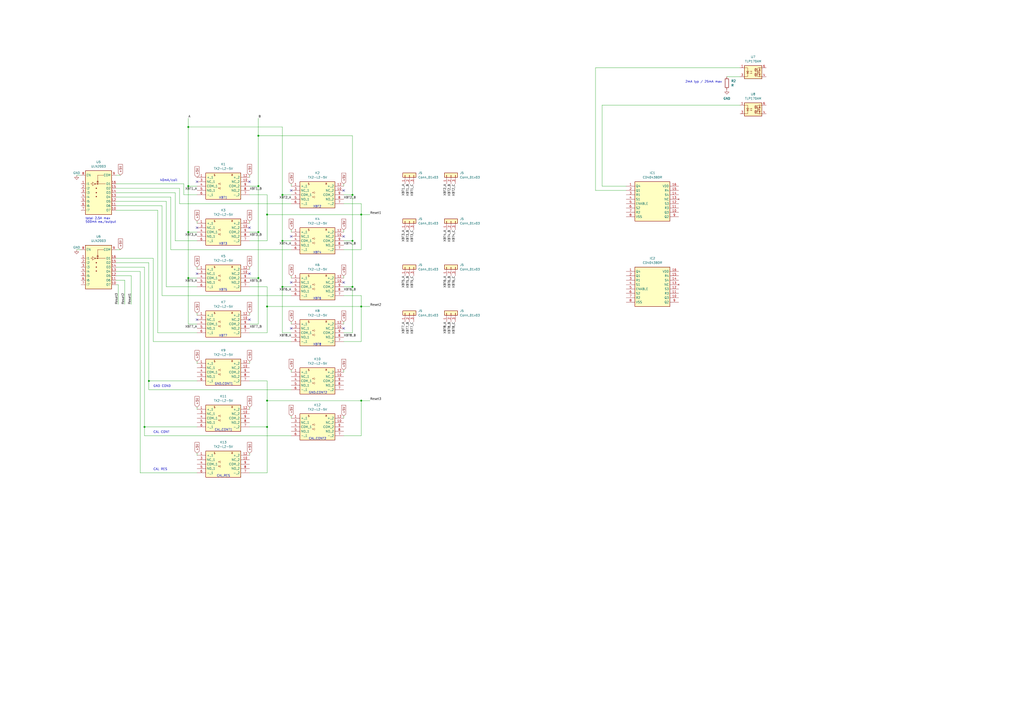
<source format=kicad_sch>
(kicad_sch (version 20230121) (generator eeschema)
  (paper "A2")
  (lib_symbols
    (symbol "Connector_Generic:Conn_01x03" (pin_names (offset 1.016) hide)
      (property "Reference" "J" (at 0 5.08 0))
      (property "Value" "Conn_01x03" (at 0 -5.08 0))
      (symbol "Conn_01x03_1_1"
        (rectangle (start -1.27 -2.413) (end 0 -2.667) (stroke (width 0.1524)))
        (rectangle (start -1.27 0.127) (end 0 -0.127) (stroke (width 0.1524)))
        (rectangle (start -1.27 2.667) (end 0 2.413) (stroke (width 0.1524)))
        (rectangle (start -1.27 3.81) (end 1.27 -3.81) (stroke (width 0.254)) (fill (type background)))
        (pin passive line (at -5.08 2.54 0) (length 3.81) (name "Pin_1") (number "1"))
        (pin passive line (at -5.08 0 0) (length 3.81) (name "Pin_2") (number "2"))
        (pin passive line (at -5.08 -2.54 0) (length 3.81) (name "Pin_3") (number "3"))
      )
    )
    (symbol "Device:R" (pin_numbers hide) (pin_names (offset 0))
      (property "Reference" "R" (at 2.032 0 90))
      (property "Value" "R" (at 0 0 90))
      (symbol "R_0_1"
        (rectangle (start -1.016 -2.54) (end 1.016 2.54) (stroke (width 0.254)))
      )
      (symbol "R_1_1"
        (pin passive line (at 0 3.81 270) (length 1.27) (name "~") (number "1"))
        (pin passive line (at 0 -3.81 90) (length 1.27) (name "~") (number "2"))
      )
    )
    (symbol "Latch_CD4043BDR:CD4043BDR"
      (property "Reference" "IC" (at 26.67 7.62 0))
      (property "Value" "CD4043BDR" (at 26.67 5.08 0))
      (symbol "CD4043BDR_1_1"
        (rectangle (start 5.08 2.54) (end 25.4 -20.32) (stroke (width 0.254)) (fill (type background)))
        (pin passive line (at 0 0 0) (length 5.08) (name "Q4") (number "1"))
        (pin passive line (at 30.48 -15.24 180) (length 5.08) (name "Q3") (number "10"))
        (pin passive line (at 30.48 -12.7 180) (length 5.08) (name "R3") (number "11"))
        (pin passive line (at 30.48 -10.16 180) (length 5.08) (name "S3") (number "12"))
        (pin no_connect line (at 30.48 -7.62 180) (length 5.08) (name "NC") (number "13"))
        (pin passive line (at 30.48 -5.08 180) (length 5.08) (name "S4") (number "14"))
        (pin passive line (at 30.48 -2.54 180) (length 5.08) (name "R4") (number "15"))
        (pin passive line (at 30.48 0 180) (length 5.08) (name "VDD") (number "16"))
        (pin passive line (at 0 -2.54 0) (length 5.08) (name "Q1") (number "2"))
        (pin passive line (at 0 -5.08 0) (length 5.08) (name "R1") (number "3"))
        (pin passive line (at 0 -7.62 0) (length 5.08) (name "S1") (number "4"))
        (pin passive line (at 0 -10.16 0) (length 5.08) (name "ENABLE") (number "5"))
        (pin passive line (at 0 -12.7 0) (length 5.08) (name "S2") (number "6"))
        (pin passive line (at 0 -15.24 0) (length 5.08) (name "R2") (number "7"))
        (pin passive line (at 0 -17.78 0) (length 5.08) (name "VSS") (number "8"))
        (pin passive line (at 30.48 -17.78 180) (length 5.08) (name "Q2") (number "9"))
      )
    )
    (symbol "Relay_SolidState:TLP175A"
      (property "Reference" "U" (at -5.08 4.953 0))
      (property "Value" "TLP175A" (at -5.08 -5.08 0))
      (symbol "TLP175A_0_1"
        (rectangle (start -5.08 3.81) (end 5.08 -3.81) (stroke (width 0.254)) (fill (type background)))
        (polyline (pts (xy -3.81 -0.635) (xy -2.54 -0.635)))
        (polyline (pts (xy 1.016 -0.635) (xy 1.016 -2.159)) (stroke (width 0.2032)))
        (polyline (pts (xy 1.016 2.159) (xy 1.016 0.635)) (stroke (width 0.2032)))
        (polyline (pts (xy 1.524 -0.508) (xy 1.524 -0.762)) (stroke (width 0.3556)))
        (polyline (pts (xy 2.794 0) (xy 3.81 0)))
        (polyline (pts (xy 3.429 -1.651) (xy 4.191 -1.651)))
        (polyline (pts (xy 3.429 1.651) (xy 4.191 1.651)))
        (polyline (pts (xy 3.81 -2.54) (xy 3.81 2.54)))
        (polyline (pts (xy 1.524 -2.032) (xy 1.524 -2.286) (xy 1.524 -2.286)) (stroke (width 0.3556)))
        (polyline (pts (xy 1.524 -1.27) (xy 1.524 -1.524) (xy 1.524 -1.524)) (stroke (width 0.3556)))
        (polyline (pts (xy 1.524 0.762) (xy 1.524 0.508) (xy 1.524 0.508)) (stroke (width 0.3556)))
        (polyline (pts (xy 1.524 1.524) (xy 1.524 1.27) (xy 1.524 1.27)) (stroke (width 0.3556)))
        (polyline (pts (xy 1.524 2.286) (xy 1.524 2.032) (xy 1.524 2.032)) (stroke (width 0.3556)))
        (polyline (pts (xy 1.651 -1.397) (xy 2.794 -1.397) (xy 2.794 -0.635)))
        (polyline (pts (xy 1.651 1.397) (xy 2.794 1.397) (xy 2.794 0.635)))
        (polyline (pts (xy -5.08 2.54) (xy -3.175 2.54) (xy -3.175 -2.54) (xy -5.08 -2.54)))
        (polyline (pts (xy -3.175 -0.635) (xy -3.81 0.635) (xy -2.54 0.635) (xy -3.175 -0.635)))
        (polyline (pts (xy 1.651 -2.159) (xy 2.794 -2.159) (xy 2.794 -2.54) (xy 5.08 -2.54)))
        (polyline (pts (xy 1.651 -0.635) (xy 2.794 -0.635) (xy 2.794 0.635) (xy 1.651 0.635)))
        (polyline (pts (xy 1.651 2.159) (xy 2.794 2.159) (xy 2.794 2.54) (xy 5.08 2.54)))
        (polyline (pts (xy 1.778 -1.397) (xy 2.286 -1.27) (xy 2.286 -1.524) (xy 1.778 -1.397)))
        (polyline (pts (xy 1.778 1.397) (xy 2.286 1.524) (xy 2.286 1.27) (xy 1.778 1.397)))
        (polyline (pts (xy 3.81 -1.651) (xy 3.429 -0.889) (xy 4.191 -0.889) (xy 3.81 -1.651)))
        (polyline (pts (xy 3.81 1.651) (xy 3.429 0.889) (xy 4.191 0.889) (xy 3.81 1.651)))
        (polyline (pts (xy -1.905 -0.508) (xy -0.635 -0.508) (xy -1.016 -0.635) (xy -1.016 -0.381) (xy -0.635 -0.508)))
        (polyline (pts (xy -1.905 0.508) (xy -0.635 0.508) (xy -1.016 0.381) (xy -1.016 0.635) (xy -0.635 0.508)))
        (circle (center 2.794 -0.635) (radius 0.127))
        (circle (center 2.794 0) (radius 0.127))
        (circle (center 2.794 0.635) (radius 0.127))
        (circle (center 3.81 -2.54) (radius 0.127))
        (circle (center 3.81 0) (radius 0.127))
        (circle (center 3.81 2.54) (radius 0.127))
      )
      (symbol "TLP175A_1_1"
        (pin passive line (at -7.62 2.54 0) (length 2.54) (name "~") (number "1"))
        (pin passive line (at -7.62 -2.54 0) (length 2.54) (name "~") (number "3"))
        (pin passive line (at 7.62 -2.54 180) (length 2.54) (name "~") (number "4"))
        (pin passive line (at 7.62 2.54 180) (length 2.54) (name "~") (number "6"))
      )
    )
    (symbol "Relay_TX-L2-5V_2:TX2-L2-5V"
      (property "Reference" "K" (at 26.67 7.62 0))
      (property "Value" "TX2-L2-5V" (at 26.67 5.08 0))
      (symbol "TX2-L2-5V_1_1"
        (rectangle (start 5.08 2.54) (end 25.4 -12.7) (stroke (width 0.254)) (fill (type background)))
        (arc (start 13.335 -6.985) (mid 13.598 -6.35) (end 13.335 -5.715))
        (arc (start 13.335 -4.445) (mid 13.598 -3.81) (end 13.335 -3.175))
        (text "R" (at 12.7 -3.81 0) (effects (font (size 0.5 0.5))))
        (text "R" (at 20.32 1.27 0) (effects (font (size 1 1))))
        (text "S" (at 10.16 1.27 0) (effects (font (size 1 1))))
        (text "S" (at 12.7 -6.35 0) (effects (font (size 0.5 0.5))))
        (pin passive line (at 0 0 0) (length 5.08) (name "+_1") (number "1"))
        (pin passive line (at 30.48 -2.54 180) (length 5.08) (name "NC_2") (number "10"))
        (pin passive line (at 30.48 0 180) (length 5.08) (name "+_2") (number "12"))
        (pin passive line (at 0 -2.54 0) (length 5.08) (name "NC_1") (number "3"))
        (pin passive line (at 0 -5.08 0) (length 5.08) (name "COM_1") (number "4"))
        (pin passive line (at 0 -7.62 0) (length 5.08) (name "NO_1") (number "5"))
        (pin passive line (at 0 -10.16 0) (length 5.08) (name "-_1") (number "6"))
        (pin passive line (at 30.48 -10.16 180) (length 5.08) (name "-_2") (number "7"))
        (pin passive line (at 30.48 -7.62 180) (length 5.08) (name "NO_2") (number "8"))
        (pin passive line (at 30.48 -5.08 180) (length 5.08) (name "COM_2") (number "9"))
      )
    )
    (symbol "ULN2003AN:ULN2003"
      (property "Reference" "U" (at 0 15.875 0))
      (property "Value" "ULN2003" (at 0 13.97 0))
      (symbol "ULN2003_0_1"
        (rectangle (start -7.62 -12.7) (end 7.62 12.7) (stroke (width 0.254)) (fill (type background)))
        (circle (center -1.778 5.08) (radius 0.254))
        (circle (center -1.27 -2.286) (radius 0.254) (fill (type outline)))
        (circle (center -1.27 0) (radius 0.254) (fill (type outline)))
        (circle (center -1.27 2.54) (radius 0.254) (fill (type outline)))
        (circle (center -0.508 5.08) (radius 0.254) (fill (type outline)))
        (polyline (pts (xy -4.572 5.08) (xy -3.556 5.08)))
        (polyline (pts (xy -1.524 5.08) (xy 4.064 5.08)))
        (polyline (pts (xy 0 6.731) (xy -1.016 6.731)))
        (polyline (pts (xy -0.508 5.08) (xy -0.508 10.16) (xy 2.921 10.16)))
        (polyline (pts (xy -3.556 6.096) (xy -3.556 4.064) (xy -2.032 5.08) (xy -3.556 6.096)))
        (polyline (pts (xy 0 5.969) (xy -1.016 5.969) (xy -0.508 6.731) (xy 0 5.969)))
      )
      (symbol "ULN2003_1_1"
        (pin input line (at -10.16 5.08 0) (length 2.54) (name "I1") (number "1"))
        (pin open_collector line (at 10.16 -10.16 180) (length 2.54) (name "O7") (number "10"))
        (pin open_collector line (at 10.16 -7.62 180) (length 2.54) (name "O6") (number "11"))
        (pin open_collector line (at 10.16 -5.08 180) (length 2.54) (name "O5") (number "12"))
        (pin open_collector line (at 10.16 -2.54 180) (length 2.54) (name "O4") (number "13"))
        (pin open_collector line (at 10.16 0 180) (length 2.54) (name "O3") (number "14"))
        (pin open_collector line (at 10.16 2.54 180) (length 2.54) (name "O2") (number "15"))
        (pin open_collector line (at 10.16 5.08 180) (length 2.54) (name "O1") (number "16"))
        (pin input line (at -10.16 2.54 0) (length 2.54) (name "I2") (number "2"))
        (pin input line (at -10.16 0 0) (length 2.54) (name "I3") (number "3"))
        (pin input line (at -10.16 -2.54 0) (length 2.54) (name "I4") (number "4"))
        (pin input line (at -10.16 -5.08 0) (length 2.54) (name "I5") (number "5"))
        (pin input line (at -10.16 -7.62 0) (length 2.54) (name "I6") (number "6"))
        (pin input line (at -10.16 -10.16 0) (length 2.54) (name "I7") (number "7"))
        (pin input line (at -10.16 10.16 0) (length 2.54) (name "EN") (number "8"))
        (pin passive line (at 10.16 10.16 180) (length 2.54) (name "COM") (number "9"))
      )
    )
    (symbol "power:GND" (power) (pin_names (offset 0))
      (property "Value" "GND" (at 0 -3.81 0))
      (symbol "GND_0_1"
        (polyline (pts (xy 0 0) (xy 0 -1.27) (xy 1.27 -1.27) (xy 0 -2.54) (xy -1.27 -1.27) (xy 0 -1.27)))
      )
      (symbol "GND_1_1"
        (pin power_in line (at 0 0 270) (length 0) hide (name "GND") (number "1"))
      )
    )
  )
  (junction (at 86.36 220.98))
  (junction (at 209.55 124.46))
  (junction (at 149.86 134.62))
  (junction (at 154.94 232.41))
  (junction (at 149.86 161.29))
  (junction (at 163.83 113.03))
  (junction (at 149.86 107.95))
  (junction (at 149.86 78.74))
  (junction (at 204.47 113.03))
  (junction (at 154.94 124.46))
  (junction (at 154.94 247.65))
  (junction (at 204.47 139.7))
  (junction (at 154.94 177.8))
  (junction (at 204.47 166.37))
  (junction (at 109.22 134.62))
  (junction (at 209.55 177.8))
  (junction (at 83.82 247.65))
  (junction (at 109.22 73.66))
  (junction (at 109.22 107.95))
  (junction (at 209.55 232.41))
  (junction (at 163.83 139.7))
  (junction (at 163.83 166.37))
  (junction (at 109.22 161.29))
  (no_connect (at 144.78 158.75))
  (no_connect (at 114.3 132.08))
  (no_connect (at 144.78 132.08))
  (no_connect (at 199.39 163.83))
  (no_connect (at 114.3 185.42))
  (no_connect (at 168.91 163.83))
  (no_connect (at 168.91 110.49))
  (no_connect (at 168.91 137.16))
  (no_connect (at 114.3 158.75))
  (no_connect (at 144.78 105.41))
  (no_connect (at 199.39 137.16))
  (no_connect (at 144.78 185.42))
  (no_connect (at 199.39 190.5))
  (no_connect (at 168.91 190.5))
  (no_connect (at 114.3 105.41))
  (no_connect (at 199.39 110.49))
  (wire (pts (xy 72.39 162.56) (xy 72.39 176.53)))
  (wire (pts (xy 209.55 144.78) (xy 209.55 124.46)))
  (wire (pts (xy 109.22 73.66) (xy 163.83 73.66)))
  (wire (pts (xy 114.3 154.94) (xy 114.3 156.21)))
  (wire (pts (xy 209.55 198.12) (xy 209.55 177.8)))
  (wire (pts (xy 363.22 107.95) (xy 349.25 107.95)))
  (wire (pts (xy 154.94 247.65) (xy 154.94 232.41)))
  (wire (pts (xy 86.36 226.06) (xy 86.36 220.98)))
  (wire (pts (xy 109.22 107.95) (xy 109.22 134.62)))
  (wire (pts (xy 114.3 187.96) (xy 109.22 187.96)))
  (wire (pts (xy 168.91 186.69) (xy 168.91 187.96)))
  (wire (pts (xy 363.22 110.49) (xy 345.44 110.49)))
  (wire (pts (xy 109.22 68.58) (xy 109.22 73.66)))
  (wire (pts (xy 114.3 236.22) (xy 114.3 237.49)))
  (wire (pts (xy 154.94 166.37) (xy 144.78 166.37)))
  (wire (pts (xy 204.47 193.04) (xy 204.47 166.37)))
  (wire (pts (xy 199.39 160.02) (xy 199.39 161.29)))
  (wire (pts (xy 168.91 193.04) (xy 163.83 193.04)))
  (wire (pts (xy 101.6 111.76) (xy 101.6 139.7)))
  (wire (pts (xy 91.44 121.92) (xy 91.44 193.04)))
  (wire (pts (xy 163.83 166.37) (xy 163.83 193.04)))
  (wire (pts (xy 144.78 262.89) (xy 144.78 264.16)))
  (wire (pts (xy 69.85 101.6) (xy 67.31 101.6)))
  (wire (pts (xy 163.83 113.03) (xy 163.83 139.7)))
  (wire (pts (xy 109.22 73.66) (xy 109.22 107.95)))
  (wire (pts (xy 86.36 220.98) (xy 114.3 220.98)))
  (wire (pts (xy 67.31 154.94) (xy 83.82 154.94)))
  (wire (pts (xy 163.83 139.7) (xy 168.91 139.7)))
  (wire (pts (xy 421.64 44.45) (xy 429.26 44.45)))
  (wire (pts (xy 67.31 114.3) (xy 99.06 114.3)))
  (wire (pts (xy 199.39 144.78) (xy 209.55 144.78)))
  (wire (pts (xy 144.78 209.55) (xy 144.78 210.82)))
  (wire (pts (xy 199.39 133.35) (xy 199.39 134.62)))
  (wire (pts (xy 144.78 113.03) (xy 154.94 113.03)))
  (wire (pts (xy 149.86 187.96) (xy 144.78 187.96)))
  (wire (pts (xy 101.6 139.7) (xy 114.3 139.7)))
  (wire (pts (xy 67.31 116.84) (xy 96.52 116.84)))
  (wire (pts (xy 106.68 106.68) (xy 106.68 113.03)))
  (wire (pts (xy 149.86 161.29) (xy 149.86 134.62)))
  (wire (pts (xy 209.55 232.41) (xy 214.63 232.41)))
  (wire (pts (xy 349.25 60.96) (xy 429.26 60.96)))
  (wire (pts (xy 114.3 262.89) (xy 114.3 264.16)))
  (wire (pts (xy 88.9 198.12) (xy 168.91 198.12)))
  (wire (pts (xy 109.22 134.62) (xy 109.22 161.29)))
  (wire (pts (xy 209.55 171.45) (xy 209.55 177.8)))
  (wire (pts (xy 168.91 160.02) (xy 168.91 161.29)))
  (wire (pts (xy 154.94 274.32) (xy 154.94 247.65)))
  (wire (pts (xy 109.22 161.29) (xy 114.3 161.29)))
  (wire (pts (xy 67.31 121.92) (xy 91.44 121.92)))
  (wire (pts (xy 114.3 209.55) (xy 114.3 210.82)))
  (wire (pts (xy 199.39 186.69) (xy 199.39 187.96)))
  (wire (pts (xy 67.31 111.76) (xy 101.6 111.76)))
  (wire (pts (xy 144.78 128.27) (xy 144.78 129.54)))
  (wire (pts (xy 114.3 128.27) (xy 114.3 129.54)))
  (wire (pts (xy 83.82 252.73) (xy 83.82 247.65)))
  (wire (pts (xy 345.44 110.49) (xy 345.44 39.37)))
  (wire (pts (xy 149.86 161.29) (xy 144.78 161.29)))
  (wire (pts (xy 163.83 73.66) (xy 163.83 113.03)))
  (wire (pts (xy 67.31 160.02) (xy 76.2 160.02)))
  (wire (pts (xy 67.31 109.22) (xy 104.14 109.22)))
  (wire (pts (xy 99.06 114.3) (xy 99.06 144.78)))
  (wire (pts (xy 144.78 220.98) (xy 154.94 220.98)))
  (wire (pts (xy 83.82 247.65) (xy 114.3 247.65)))
  (wire (pts (xy 154.94 193.04) (xy 154.94 177.8)))
  (wire (pts (xy 204.47 139.7) (xy 204.47 113.03)))
  (wire (pts (xy 345.44 39.37) (xy 429.26 39.37)))
  (wire (pts (xy 199.39 106.68) (xy 199.39 107.95)))
  (wire (pts (xy 209.55 177.8) (xy 154.94 177.8)))
  (wire (pts (xy 144.78 247.65) (xy 154.94 247.65)))
  (wire (pts (xy 168.91 226.06) (xy 86.36 226.06)))
  (wire (pts (xy 204.47 113.03) (xy 199.39 113.03)))
  (wire (pts (xy 154.94 177.8) (xy 154.94 166.37)))
  (wire (pts (xy 154.94 139.7) (xy 154.94 124.46)))
  (wire (pts (xy 149.86 134.62) (xy 149.86 107.95)))
  (wire (pts (xy 204.47 78.74) (xy 149.86 78.74)))
  (wire (pts (xy 67.31 162.56) (xy 72.39 162.56)))
  (wire (pts (xy 154.94 220.98) (xy 154.94 232.41)))
  (wire (pts (xy 199.39 241.3) (xy 199.39 242.57)))
  (wire (pts (xy 96.52 166.37) (xy 114.3 166.37)))
  (wire (pts (xy 209.55 252.73) (xy 209.55 232.41)))
  (wire (pts (xy 204.47 166.37) (xy 199.39 166.37)))
  (wire (pts (xy 93.98 119.38) (xy 93.98 171.45)))
  (wire (pts (xy 93.98 171.45) (xy 168.91 171.45)))
  (wire (pts (xy 204.47 193.04) (xy 199.39 193.04)))
  (wire (pts (xy 67.31 157.48) (xy 81.28 157.48)))
  (wire (pts (xy 168.91 106.68) (xy 168.91 107.95)))
  (wire (pts (xy 99.06 144.78) (xy 168.91 144.78)))
  (wire (pts (xy 154.94 232.41) (xy 209.55 232.41)))
  (wire (pts (xy 76.2 160.02) (xy 76.2 176.53)))
  (wire (pts (xy 83.82 154.94) (xy 83.82 247.65)))
  (wire (pts (xy 163.83 139.7) (xy 163.83 166.37)))
  (wire (pts (xy 67.31 165.1) (xy 68.58 165.1)))
  (wire (pts (xy 144.78 236.22) (xy 144.78 237.49)))
  (wire (pts (xy 109.22 161.29) (xy 109.22 187.96)))
  (wire (pts (xy 199.39 252.73) (xy 209.55 252.73)))
  (wire (pts (xy 163.83 113.03) (xy 168.91 113.03)))
  (wire (pts (xy 209.55 124.46) (xy 209.55 118.11)))
  (wire (pts (xy 81.28 157.48) (xy 81.28 274.32)))
  (wire (pts (xy 149.86 107.95) (xy 144.78 107.95)))
  (wire (pts (xy 149.86 68.58) (xy 149.86 78.74)))
  (wire (pts (xy 154.94 124.46) (xy 209.55 124.46)))
  (wire (pts (xy 106.68 113.03) (xy 114.3 113.03)))
  (wire (pts (xy 149.86 187.96) (xy 149.86 161.29)))
  (wire (pts (xy 204.47 166.37) (xy 204.47 139.7)))
  (wire (pts (xy 209.55 177.8) (xy 214.63 177.8)))
  (wire (pts (xy 67.31 106.68) (xy 106.68 106.68)))
  (wire (pts (xy 67.31 149.86) (xy 88.9 149.86)))
  (wire (pts (xy 204.47 113.03) (xy 204.47 78.74)))
  (wire (pts (xy 168.91 241.3) (xy 168.91 242.57)))
  (wire (pts (xy 114.3 181.61) (xy 114.3 182.88)))
  (wire (pts (xy 154.94 113.03) (xy 154.94 124.46)))
  (wire (pts (xy 149.86 78.74) (xy 149.86 107.95)))
  (wire (pts (xy 88.9 149.86) (xy 88.9 198.12)))
  (wire (pts (xy 144.78 181.61) (xy 144.78 182.88)))
  (wire (pts (xy 104.14 118.11) (xy 168.91 118.11)))
  (wire (pts (xy 68.58 165.1) (xy 68.58 176.53)))
  (wire (pts (xy 144.78 274.32) (xy 154.94 274.32)))
  (wire (pts (xy 109.22 134.62) (xy 114.3 134.62)))
  (wire (pts (xy 144.78 139.7) (xy 154.94 139.7)))
  (wire (pts (xy 109.22 107.95) (xy 114.3 107.95)))
  (wire (pts (xy 96.52 116.84) (xy 96.52 166.37)))
  (wire (pts (xy 168.91 252.73) (xy 83.82 252.73)))
  (wire (pts (xy 149.86 134.62) (xy 144.78 134.62)))
  (wire (pts (xy 144.78 193.04) (xy 154.94 193.04)))
  (wire (pts (xy 44.45 101.6) (xy 46.99 101.6)))
  (wire (pts (xy 91.44 193.04) (xy 114.3 193.04)))
  (wire (pts (xy 209.55 124.46) (xy 214.63 124.46)))
  (wire (pts (xy 199.39 214.63) (xy 199.39 215.9)))
  (wire (pts (xy 204.47 139.7) (xy 199.39 139.7)))
  (wire (pts (xy 199.39 171.45) (xy 209.55 171.45)))
  (wire (pts (xy 199.39 198.12) (xy 209.55 198.12)))
  (wire (pts (xy 168.91 133.35) (xy 168.91 134.62)))
  (wire (pts (xy 104.14 109.22) (xy 104.14 118.11)))
  (wire (pts (xy 144.78 101.6) (xy 144.78 102.87)))
  (wire (pts (xy 86.36 152.4) (xy 86.36 220.98)))
  (wire (pts (xy 349.25 107.95) (xy 349.25 60.96)))
  (wire (pts (xy 44.45 144.78) (xy 46.99 144.78)))
  (wire (pts (xy 163.83 166.37) (xy 168.91 166.37)))
  (wire (pts (xy 81.28 274.32) (xy 114.3 274.32)))
  (wire (pts (xy 209.55 118.11) (xy 199.39 118.11)))
  (wire (pts (xy 69.85 144.78) (xy 67.31 144.78)))
  (wire (pts (xy 144.78 154.94) (xy 144.78 156.21)))
  (wire (pts (xy 67.31 152.4) (xy 86.36 152.4)))
  (wire (pts (xy 67.31 119.38) (xy 93.98 119.38)))
  (wire (pts (xy 168.91 214.63) (xy 168.91 215.9)))
  (text "GND.CONT2" (at 179.07 228.6 0) (effects (font (size 1.27 1.27)) (justify left bottom)))
  (text "XBT4" (at 181.61 147.32 0) (effects (font (size 1.27 1.27)) (justify left bottom)))
  (text "XBT8" (at 181.61 200.66 0) (effects (font (size 1.27 1.27)) (justify left bottom)))
  (text "CAL.CONT2" (at 179.07 255.27 0) (effects (font (size 1.27 1.27)) (justify left bottom)))
  (text "CAL.RES" (at 125.73 276.86 0) (effects (font (size 1.27 1.27)) (justify left bottom)))
  (text "CAL RES\n" (at 88.9 273.05 0) (effects (font (size 1.27 1.27)) (justify left bottom)))
  (text "XBT2" (at 181.61 120.65 0) (effects (font (size 1.27 1.27)) (justify left bottom)))
  (text "XBT6" (at 181.61 173.99 0) (effects (font (size 1.27 1.27)) (justify left bottom)))
  (text "XBT1" (at 127 115.57 0) (effects (font (size 1.27 1.27)) (justify left bottom)))
  (text "total 2.5A max\n500mA ea./output\n" (at 49.53 129.54 0) (effects (font (size 1.27 1.27)) (justify left bottom)))
  (text "XBT7" (at 127 195.58 0) (effects (font (size 1.27 1.27)) (justify left bottom)))
  (text "40mA/coil\n" (at 92.71 105.41 0) (effects (font (size 1.27 1.27)) (justify left bottom)))
  (text "2mA typ / 25mA max" (at 397.51 48.26 0) (effects (font (size 1.27 1.27)) (justify left bottom)))
  (text "CAL.CONT1" (at 124.46 250.19 0) (effects (font (size 1.27 1.27)) (justify left bottom)))
  (text "GND COND\n" (at 88.9 224.79 0) (effects (font (size 1.27 1.27)) (justify left bottom)))
  (text "XBT5" (at 127 168.91 0) (effects (font (size 1.27 1.27)) (justify left bottom)))
  (text "XBT3" (at 127 142.24 0) (effects (font (size 1.27 1.27)) (justify left bottom)))
  (text "CAL CONT" (at 88.9 251.46 0) (effects (font (size 1.27 1.27)) (justify left bottom)))
  (text "GND.CONT1" (at 124.46 223.52 0) (effects (font (size 1.27 1.27)) (justify left bottom)))
  (label "XBT3_A" (at 234.95 133.35 270))
  (label "XBT4_C" (at 264.16 133.35 270))
  (label "XBT2_B" (at 261.62 106.68 270))
  (label "XBT6_B" (at 199.39 168.91 0))
  (label "XBT7_A" (at 234.95 186.69 270))
  (label "XBT4_B" (at 199.39 142.24 0))
  (label "XBT7_C" (at 240.03 186.69 270))
  (label "Reset3" (at 68.58 176.53 90))
  (label "XBT4_B" (at 261.62 133.35 270))
  (label "XBT1_B" (at 237.49 106.68 270))
  (label "XBT6_A" (at 168.91 168.91 180))
  (label "XBT7_B" (at 237.49 186.69 270))
  (label "XBT1_A" (at 114.3 110.49 180))
  (label "XBT8_A" (at 259.08 186.69 270))
  (label "XBT2_B" (at 199.39 115.57 0))
  (label "Reset3" (at 214.63 232.41 0))
  (label "XBT8_B" (at 199.39 195.58 0))
  (label "XBT3_B" (at 144.78 137.16 0))
  (label "XBT4_A" (at 259.08 133.35 270))
  (label "XBT5_A" (at 234.95 160.02 270))
  (label "Reset2" (at 214.63 177.8 0))
  (label "B" (at 149.86 68.58 0))
  (label "XBT3_B" (at 237.49 133.35 270))
  (label "XBT8_C" (at 264.16 186.69 270))
  (label "XBT2_A" (at 259.08 106.68 270))
  (label "XBT1_A" (at 234.95 106.68 270))
  (label "XBT7_B" (at 144.78 190.5 0))
  (label "XBT2_C" (at 264.16 106.68 270))
  (label "XBT5_B" (at 237.49 160.02 270))
  (label "XBT3_C" (at 240.03 133.35 270))
  (label "XBT5_B" (at 144.78 163.83 0))
  (label "XBT3_A" (at 114.3 137.16 180))
  (label "A" (at 109.22 68.58 0))
  (label "XBT1_B" (at 144.78 110.49 0))
  (label "Reset2" (at 72.39 176.53 90))
  (label "XBT7_A" (at 114.3 190.5 180))
  (label "Reset1" (at 214.63 124.46 0))
  (label "XBT2_A" (at 168.91 115.57 180))
  (label "XBT6_C" (at 264.16 160.02 270))
  (label "XBT4_A" (at 168.91 142.24 180))
  (label "XBT5_C" (at 240.03 160.02 270))
  (label "XBT5_A" (at 114.3 163.83 180))
  (label "Reset1" (at 76.2 176.53 90))
  (label "XBT6_A" (at 259.08 160.02 270))
  (label "XBT8_A" (at 168.91 195.58 180))
  (label "XBT6_B" (at 261.62 160.02 270))
  (label "XBT1_C" (at 240.03 106.68 270))
  (label "XBT8_B" (at 261.62 186.69 270))
  (global_label "+5V" (shape input) (at 199.39 160.02 90) (property "Intersheetrefs" "${INTERSHEET_REFS}" (effects hide)))
  (global_label "+5V" (shape input) (at 114.3 128.27 90) (property "Intersheetrefs" "${INTERSHEET_REFS}" (effects hide)))
  (global_label "+5V" (shape input) (at 199.39 214.63 90) (property "Intersheetrefs" "${INTERSHEET_REFS}" (effects hide)))
  (global_label "+5V" (shape input) (at 144.78 128.27 90) (property "Intersheetrefs" "${INTERSHEET_REFS}" (effects hide)))
  (global_label "+5V" (shape input) (at 114.3 154.94 90) (property "Intersheetrefs" "${INTERSHEET_REFS}" (effects hide)))
  (global_label "+5V" (shape input) (at 69.85 101.6 90) (property "Intersheetrefs" "${INTERSHEET_REFS}" (effects hide)))
  (global_label "+5V" (shape input) (at 168.91 214.63 90) (property "Intersheetrefs" "${INTERSHEET_REFS}" (effects hide)))
  (global_label "+5V" (shape input) (at 144.78 262.89 90) (property "Intersheetrefs" "${INTERSHEET_REFS}" (effects hide)))
  (global_label "+5V" (shape input) (at 168.91 241.3 90) (property "Intersheetrefs" "${INTERSHEET_REFS}" (effects hide)))
  (global_label "+5V" (shape input) (at 114.3 181.61 90) (property "Intersheetrefs" "${INTERSHEET_REFS}" (effects hide)))
  (global_label "+5V" (shape input) (at 199.39 133.35 90) (property "Intersheetrefs" "${INTERSHEET_REFS}" (effects hide)))
  (global_label "+5V" (shape input) (at 144.78 209.55 90) (property "Intersheetrefs" "${INTERSHEET_REFS}" (effects hide)))
  (global_label "+5V" (shape input) (at 199.39 186.69 90) (property "Intersheetrefs" "${INTERSHEET_REFS}" (effects hide)))
  (global_label "+5V" (shape input) (at 114.3 236.22 90) (property "Intersheetrefs" "${INTERSHEET_REFS}" (effects hide)))
  (global_label "+5V" (shape input) (at 168.91 106.68 90) (property "Intersheetrefs" "${INTERSHEET_REFS}" (effects hide)))
  (global_label "+5V" (shape input) (at 168.91 186.69 90) (property "Intersheetrefs" "${INTERSHEET_REFS}" (effects hide)))
  (global_label "+5V" (shape input) (at 69.85 144.78 90) (property "Intersheetrefs" "${INTERSHEET_REFS}" (effects hide)))
  (global_label "+5V" (shape input) (at 144.78 154.94 90) (property "Intersheetrefs" "${INTERSHEET_REFS}" (effects hide)))
  (global_label "+5V" (shape input) (at 114.3 102.87 90) (property "Intersheetrefs" "${INTERSHEET_REFS}" (effects hide)))
  (global_label "+5V" (shape input) (at 168.91 160.02 90) (property "Intersheetrefs" "${INTERSHEET_REFS}" (effects hide)))
  (global_label "+5V" (shape input) (at 144.78 181.61 90) (property "Intersheetrefs" "${INTERSHEET_REFS}" (effects hide)))
  (global_label "+5V" (shape input) (at 168.91 133.35 90) (property "Intersheetrefs" "${INTERSHEET_REFS}" (effects hide)))
  (global_label "+5V" (shape input) (at 144.78 101.6 90) (property "Intersheetrefs" "${INTERSHEET_REFS}" (effects hide)))
  (global_label "+5V" (shape input) (at 144.78 236.22 90) (property "Intersheetrefs" "${INTERSHEET_REFS}" (effects hide)))
  (global_label "+5V" (shape input) (at 114.3 209.55 90) (property "Intersheetrefs" "${INTERSHEET_REFS}" (effects hide)))
  (global_label "+5V" (shape input) (at 114.3 262.89 90) (property "Intersheetrefs" "${INTERSHEET_REFS}" (effects hide)))
  (global_label "+5V" (shape input) (at 199.39 241.3 90) (property "Intersheetrefs" "${INTERSHEET_REFS}" (effects hide)))
  (global_label "+5V" (shape input) (at 199.39 106.68 90) (property "Intersheetrefs" "${INTERSHEET_REFS}" (effects hide)))
  (symbol (lib_id "Connector_Generic:Conn_01x03") (at 261.62 181.61 90) (unit 1)
    (property "Reference" "J5" (at 266.7 180.34 90) (effects (justify right)))
    (property "Value" "Conn_01x03" (at 266.7 182.88 90) (effects (justify right)))
    (instances (project "AOML_AB_3.0" (path "" (reference "J5") (unit 1)) (path "" (reference "J12") (unit 1))))
  )
  (symbol (lib_id "Connector_Generic:Conn_01x03") (at 261.62 154.94 90) (unit 1)
    (property "Reference" "J5" (at 266.7 153.67 90) (effects (justify right)))
    (property "Value" "Conn_01x03" (at 266.7 156.21 90) (effects (justify right)))
    (instances (project "AOML_AB_3.0" (path "" (reference "J5") (unit 1)) (path "" (reference "J10") (unit 1))))
  )
  (symbol (lib_id "Connector_Generic:Conn_01x03") (at 237.49 101.6 90) (unit 1)
    (property "Reference" "J5" (at 242.57 100.33 90) (effects (justify right)))
    (property "Value" "Conn_01x03" (at 242.57 102.87 90) (effects (justify right)))
  )
  (symbol (lib_id "Connector_Generic:Conn_01x03") (at 261.62 101.6 90) (unit 1)
    (property "Reference" "J5" (at 266.7 100.33 90) (effects (justify right)))
    (property "Value" "Conn_01x03" (at 266.7 102.87 90) (effects (justify right)))
    (instances (project "AOML_AB_3.0" (path "" (reference "J5") (unit 1)) (path "" (reference "J6") (unit 1))))
  )
  (symbol (lib_id "Connector_Generic:Conn_01x03") (at 237.49 181.61 90) (unit 1)
    (property "Reference" "J5" (at 242.57 180.34 90) (effects (justify right)))
    (property "Value" "Conn_01x03" (at 242.57 182.88 90) (effects (justify right)))
    (instances (project "AOML_AB_3.0" (path "" (reference "J5") (unit 1)) (path "" (reference "J11") (unit 1))))
  )
  (symbol (lib_id "Relay_TX-L2-5V_2:TX2-L2-5V") (at 168.91 134.62 0) (unit 1)
    (property "Reference" "K4" (at 184.15 127 0))
    (property "Value" "TX2-L2-5V" (at 184.15 129.54 0))
    (property "Footprint" "TX2L25V" (effects hide))
    (property "Datasheet" "https://datasheet.datasheetarchive.com/originals/distributors/Datasheets-21/DSA-416365.pdf" (effects hide))
    (property "Mouser Part Number" "769-TX2-L2-5V" (effects hide))
    (property "Mouser Price/Stock" "https://www.mouser.co.uk/ProductDetail/Panasonic-Industrial-Devices/TX2-L2-5V?qs=HLLy2pIPwutLVi0zDF212g%3D%3D" (effects hide))
    (property "Manufacturer_Name" "Panasonic" (effects hide))
    (property "Manufacturer_Part_Number" "TX2-L2-5V" (effects hide))
    (instances (project "AOML_AB_3.0" (path "" (reference "K4") (unit 1)) (path "" (reference "K9") (unit 1))))
  )
  (symbol (lib_id "Connector_Generic:Conn_01x03") (at 261.62 128.27 90) (unit 1)
    (property "Reference" "J5" (at 266.7 127 90) (effects (justify right)))
    (property "Value" "Conn_01x03" (at 266.7 129.54 90) (effects (justify right)))
    (instances (project "AOML_AB_3.0" (path "" (reference "J5") (unit 1)) (path "" (reference "J8") (unit 1))))
  )
  (symbol (lib_id "Relay_TX-L2-5V_2:TX2-L2-5V") (at 114.3 237.49 0) (unit 1)
    (property "Reference" "K11" (at 129.54 229.87 0))
    (property "Value" "TX2-L2-5V" (at 129.54 232.41 0))
    (property "Footprint" "TX2L25V" (effects hide))
    (property "Datasheet" "https://datasheet.datasheetarchive.com/originals/distributors/Datasheets-21/DSA-416365.pdf" (effects hide))
    (property "Mouser Part Number" "769-TX2-L2-5V" (effects hide))
    (property "Mouser Price/Stock" "https://www.mouser.co.uk/ProductDetail/Panasonic-Industrial-Devices/TX2-L2-5V?qs=HLLy2pIPwutLVi0zDF212g%3D%3D" (effects hide))
    (property "Manufacturer_Name" "Panasonic" (effects hide))
    (property "Manufacturer_Part_Number" "TX2-L2-5V" (effects hide))
    (instances (project "AOML_AB_3.0" (path "" (reference "K11") (unit 1)) (path "" (reference "K6") (unit 1))))
  )
  (symbol (lib_id "Latch_CD4043BDR:CD4043BDR") (at 363.22 107.95 0) (unit 1)
    (property "Reference" "IC1" (at 378.46 100.33 0))
    (property "Value" "CD4043BDR" (at 378.46 102.87 0))
    (property "Footprint" "SOIC127P600X175-16N" (effects hide))
    (property "Datasheet" "http://www.ti.com/lit/ds/symlink/cd4043b.pdf" (effects hide))
    (property "Digikey" "https://www.digikey.com/en/products/detail/texas-instruments/CD4043BDR/1691049?s=N4IgTCBcDa4JwDYC0BmAjAFkUtSByAIiALoC%2BQA" (effects hide))
  )
  (symbol (lib_id "Relay_TX-L2-5V_2:TX2-L2-5V") (at 114.3 210.82 0) (unit 1)
    (property "Reference" "K9" (at 129.54 203.2 0))
    (property "Value" "TX2-L2-5V" (at 129.54 205.74 0))
    (property "Footprint" "TX2L25V" (effects hide))
    (property "Datasheet" "https://datasheet.datasheetarchive.com/originals/distributors/Datasheets-21/DSA-416365.pdf" (effects hide))
    (property "Mouser Part Number" "769-TX2-L2-5V" (effects hide))
    (property "Mouser Price/Stock" "https://www.mouser.co.uk/ProductDetail/Panasonic-Industrial-Devices/TX2-L2-5V?qs=HLLy2pIPwutLVi0zDF212g%3D%3D" (effects hide))
    (property "Manufacturer_Name" "Panasonic" (effects hide))
    (property "Manufacturer_Part_Number" "TX2-L2-5V" (effects hide))
    (instances (project "AOML_AB_3.0" (path "" (reference "K9") (unit 1)) (path "" (reference "K5") (unit 1))))
  )
  (symbol (lib_id "ULN2003AN:ULN2003") (at 57.15 154.94 0) (unit 1)
    (property "Reference" "U6" (at 57.15 137.16 0))
    (property "Value" "ULN2003" (at 57.15 139.7 0))
    (property "Datasheet" "http://www.ti.com/lit/ds/symlink/uln2003a.pdf" (effects hide))
  )
  (symbol (lib_id "Device:R") (at 421.64 48.26 0) (unit 1)
    (property "Reference" "R2" (at 424.18 46.99 0) (effects (justify left)))
    (property "Value" "R" (at 424.18 49.53 0) (effects (justify left)))
  )
  (symbol (lib_id "power:GND") (at 44.45 144.78 0) (unit 1)
    (property "Reference" "#PWR020" (effects hide))
    (property "Value" "GND" (at 44.45 143.51 0))
    (instances (project "AOML_AB_3.0" (path "" (reference "#PWR020") (unit 1)) (path "" (reference "#PWR016") (unit 1))))
  )
  (symbol (lib_id "Relay_TX-L2-5V_2:TX2-L2-5V") (at 168.91 242.57 0) (unit 1)
    (property "Reference" "K12" (at 184.15 234.95 0))
    (property "Value" "TX2-L2-5V" (at 184.15 237.49 0))
    (property "Footprint" "TX2L25V" (effects hide))
    (property "Datasheet" "https://datasheet.datasheetarchive.com/originals/distributors/Datasheets-21/DSA-416365.pdf" (effects hide))
    (property "Mouser Part Number" "769-TX2-L2-5V" (effects hide))
    (property "Mouser Price/Stock" "https://www.mouser.co.uk/ProductDetail/Panasonic-Industrial-Devices/TX2-L2-5V?qs=HLLy2pIPwutLVi0zDF212g%3D%3D" (effects hide))
    (property "Manufacturer_Name" "Panasonic" (effects hide))
    (property "Manufacturer_Part_Number" "TX2-L2-5V" (effects hide))
    (instances (project "AOML_AB_3.0" (path "" (reference "K12") (unit 1)) (path "" (reference "K13") (unit 1))))
  )
  (symbol (lib_id "power:GND") (at 44.45 101.6 0) (unit 1)
    (property "Reference" "#PWR08" (effects hide))
    (property "Value" "GND" (at 44.45 100.33 0))
  )
  (symbol (lib_id "Relay_SolidState:TLP175A") (at 436.88 41.91 0) (unit 1)
    (property "Reference" "U7" (at 436.88 33.02 0))
    (property "Value" "TLP170AM" (at 436.88 35.56 0))
    (property "Footprint" "Package_SO:MFSOP6-4_4.4x3.6mm_P1.27mm" (effects hide))
    (property "Datasheet" "https://toshiba.semicon-storage.com/info/TLP170AM_datasheet_en_20210524.pdf?did=69016&prodName=TLP170AM" (effects hide))
    (property "Digikey" "https://www.digikey.com/en/products/detail/toshiba-semiconductor-and-storage/TLP170AM-TPL-E/12698771" (effects hide))
  )
  (symbol (lib_id "Relay_TX-L2-5V_2:TX2-L2-5V") (at 168.91 161.29 0) (unit 1)
    (property "Reference" "K6" (at 184.15 153.67 0))
    (property "Value" "TX2-L2-5V" (at 184.15 156.21 0))
    (property "Footprint" "TX2L25V" (effects hide))
    (property "Datasheet" "https://datasheet.datasheetarchive.com/originals/distributors/Datasheets-21/DSA-416365.pdf" (effects hide))
    (property "Mouser Part Number" "769-TX2-L2-5V" (effects hide))
    (property "Mouser Price/Stock" "https://www.mouser.co.uk/ProductDetail/Panasonic-Industrial-Devices/TX2-L2-5V?qs=HLLy2pIPwutLVi0zDF212g%3D%3D" (effects hide))
    (property "Manufacturer_Name" "Panasonic" (effects hide))
    (property "Manufacturer_Part_Number" "TX2-L2-5V" (effects hide))
    (instances (project "AOML_AB_3.0" (path "" (reference "K6") (unit 1)) (path "" (reference "K10") (unit 1))))
  )
  (symbol (lib_id "power:GND") (at 421.64 52.07 0) (unit 1)
    (property "Reference" "#PWR017" (effects hide))
    (property "Value" "GND" (at 421.64 57.15 0))
  )
  (symbol (lib_id "Relay_TX-L2-5V_2:TX2-L2-5V") (at 168.91 107.95 0) (unit 1)
    (property "Reference" "K2" (at 184.15 100.33 0))
    (property "Value" "TX2-L2-5V" (at 184.15 102.87 0))
    (property "Footprint" "TX2L25V" (effects hide))
    (property "Datasheet" "https://datasheet.datasheetarchive.com/originals/distributors/Datasheets-21/DSA-416365.pdf" (effects hide))
    (property "Mouser Part Number" "769-TX2-L2-5V" (effects hide))
    (property "Mouser Price/Stock" "https://www.mouser.co.uk/ProductDetail/Panasonic-Industrial-Devices/TX2-L2-5V?qs=HLLy2pIPwutLVi0zDF212g%3D%3D" (effects hide))
    (property "Manufacturer_Name" "Panasonic" (effects hide))
    (property "Manufacturer_Part_Number" "TX2-L2-5V" (effects hide))
    (instances (project "AOML_AB_3.0" (path "" (reference "K2") (unit 1)) (path "" (reference "K8") (unit 1))))
  )
  (symbol (lib_id "Relay_SolidState:TLP175A") (at 436.88 63.5 0) (unit 1)
    (property "Reference" "U8" (at 436.88 54.61 0))
    (property "Value" "TLP170AM" (at 436.88 57.15 0))
    (property "Footprint" "Package_SO:MFSOP6-4_4.4x3.6mm_P1.27mm" (effects hide))
    (property "Datasheet" "https://toshiba.semicon-storage.com/info/TLP170AM_datasheet_en_20210524.pdf?did=69016&prodName=TLP170AM" (effects hide))
    (property "Digikey" "https://www.digikey.com/en/products/detail/toshiba-semiconductor-and-storage/TLP170AM-TPL-E/12698771" (effects hide))
  )
  (symbol (lib_id "Relay_TX-L2-5V_2:TX2-L2-5V") (at 114.3 156.21 0) (unit 1)
    (property "Reference" "K5" (at 129.54 148.59 0))
    (property "Value" "TX2-L2-5V" (at 129.54 151.13 0))
    (property "Footprint" "TX2L25V" (effects hide))
    (property "Datasheet" "https://datasheet.datasheetarchive.com/originals/distributors/Datasheets-21/DSA-416365.pdf" (effects hide))
    (property "Mouser Part Number" "769-TX2-L2-5V" (effects hide))
    (property "Mouser Price/Stock" "https://www.mouser.co.uk/ProductDetail/Panasonic-Industrial-Devices/TX2-L2-5V?qs=HLLy2pIPwutLVi0zDF212g%3D%3D" (effects hide))
    (property "Manufacturer_Name" "Panasonic" (effects hide))
    (property "Manufacturer_Part_Number" "TX2-L2-5V" (effects hide))
    (instances (project "AOML_AB_3.0" (path "" (reference "K5") (unit 1)) (path "" (reference "K3") (unit 1))))
  )
  (symbol (lib_id "Relay_TX-L2-5V_2:TX2-L2-5V") (at 168.91 187.96 0) (unit 1)
    (property "Reference" "K8" (at 184.15 180.34 0))
    (property "Value" "TX2-L2-5V" (at 184.15 182.88 0))
    (property "Footprint" "TX2L25V" (effects hide))
    (property "Datasheet" "https://datasheet.datasheetarchive.com/originals/distributors/Datasheets-21/DSA-416365.pdf" (effects hide))
    (property "Mouser Part Number" "769-TX2-L2-5V" (effects hide))
    (property "Mouser Price/Stock" "https://www.mouser.co.uk/ProductDetail/Panasonic-Industrial-Devices/TX2-L2-5V?qs=HLLy2pIPwutLVi0zDF212g%3D%3D" (effects hide))
    (property "Manufacturer_Name" "Panasonic" (effects hide))
    (property "Manufacturer_Part_Number" "TX2-L2-5V" (effects hide))
    (instances (project "AOML_AB_3.0" (path "" (reference "K8") (unit 1)) (path "" (reference "K11") (unit 1))))
  )
  (symbol (lib_id "Relay_TX-L2-5V_2:TX2-L2-5V") (at 114.3 129.54 0) (unit 1)
    (property "Reference" "K3" (at 129.54 121.92 0))
    (property "Value" "TX2-L2-5V" (at 129.54 124.46 0))
    (property "Footprint" "TX2L25V" (effects hide))
    (property "Datasheet" "https://datasheet.datasheetarchive.com/originals/distributors/Datasheets-21/DSA-416365.pdf" (effects hide))
    (property "Mouser Part Number" "769-TX2-L2-5V" (effects hide))
    (property "Mouser Price/Stock" "https://www.mouser.co.uk/ProductDetail/Panasonic-Industrial-Devices/TX2-L2-5V?qs=HLLy2pIPwutLVi0zDF212g%3D%3D" (effects hide))
    (property "Manufacturer_Name" "Panasonic" (effects hide))
    (property "Manufacturer_Part_Number" "TX2-L2-5V" (effects hide))
    (instances (project "AOML_AB_3.0" (path "" (reference "K3") (unit 1)) (path "" (reference "K2") (unit 1))))
  )
  (symbol (lib_id "Connector_Generic:Conn_01x03") (at 237.49 154.94 90) (unit 1)
    (property "Reference" "J5" (at 242.57 153.67 90) (effects (justify right)))
    (property "Value" "Conn_01x03" (at 242.57 156.21 90) (effects (justify right)))
    (instances (project "AOML_AB_3.0" (path "" (reference "J5") (unit 1)) (path "" (reference "J9") (unit 1))))
  )
  (symbol (lib_id "Relay_TX-L2-5V_2:TX2-L2-5V") (at 114.3 102.87 0) (unit 1)
    (property "Reference" "K1" (at 129.54 95.25 0))
    (property "Value" "TX2-L2-5V" (at 129.54 97.79 0))
    (property "Footprint" "TX2L25V" (effects hide))
    (property "Datasheet" "https://datasheet.datasheetarchive.com/originals/distributors/Datasheets-21/DSA-416365.pdf" (effects hide))
    (property "Mouser Part Number" "769-TX2-L2-5V" (effects hide))
    (property "Mouser Price/Stock" "https://www.mouser.co.uk/ProductDetail/Panasonic-Industrial-Devices/TX2-L2-5V?qs=HLLy2pIPwutLVi0zDF212g%3D%3D" (effects hide))
    (property "Manufacturer_Name" "Panasonic" (effects hide))
    (property "Manufacturer_Part_Number" "TX2-L2-5V" (effects hide))
  )
  (symbol (lib_id "Relay_TX-L2-5V_2:TX2-L2-5V") (at 168.91 215.9 0) (unit 1)
    (property "Reference" "K10" (at 184.15 208.28 0))
    (property "Value" "TX2-L2-5V" (at 184.15 210.82 0))
    (property "Footprint" "TX2L25V" (effects hide))
    (property "Datasheet" "https://datasheet.datasheetarchive.com/originals/distributors/Datasheets-21/DSA-416365.pdf" (effects hide))
    (property "Mouser Part Number" "769-TX2-L2-5V" (effects hide))
    (property "Mouser Price/Stock" "https://www.mouser.co.uk/ProductDetail/Panasonic-Industrial-Devices/TX2-L2-5V?qs=HLLy2pIPwutLVi0zDF212g%3D%3D" (effects hide))
    (property "Manufacturer_Name" "Panasonic" (effects hide))
    (property "Manufacturer_Part_Number" "TX2-L2-5V" (effects hide))
    (instances (project "AOML_AB_3.0" (path "" (reference "K10") (unit 1)) (path "" (reference "K12") (unit 1))))
  )
  (symbol (lib_id "Connector_Generic:Conn_01x03") (at 237.49 128.27 90) (unit 1)
    (property "Reference" "J5" (at 242.57 127 90) (effects (justify right)))
    (property "Value" "Conn_01x03" (at 242.57 129.54 90) (effects (justify right)))
    (instances (project "AOML_AB_3.0" (path "" (reference "J5") (unit 1)) (path "" (reference "J7") (unit 1))))
  )
  (symbol (lib_id "Latch_CD4043BDR:CD4043BDR") (at 363.22 157.48 0) (unit 1)
    (property "Reference" "IC2" (at 378.46 149.86 0))
    (property "Value" "CD4043BDR" (at 378.46 152.4 0))
    (property "Footprint" "SOIC127P600X175-16N" (effects hide))
    (property "Datasheet" "http://www.ti.com/lit/ds/symlink/cd4043b.pdf" (effects hide))
    (property "Digikey" "https://www.digikey.com/en/products/detail/texas-instruments/CD4043BDR/1691049?s=N4IgTCBcDa4JwDYC0BmAjAFkUtSByAIiALoC%2BQA" (effects hide))
  )
  (symbol (lib_id "ULN2003AN:ULN2003") (at 57.15 111.76 0) (unit 1)
    (property "Reference" "U5" (at 57.15 93.98 0))
    (property "Value" "ULN2003" (at 57.15 96.52 0))
    (property "Datasheet" "http://www.ti.com/lit/ds/symlink/uln2003a.pdf" (effects hide))
  )
  (symbol (lib_id "Relay_TX-L2-5V_2:TX2-L2-5V") (at 114.3 182.88 0) (unit 1)
    (property "Reference" "K7" (at 129.54 175.26 0))
    (property "Value" "TX2-L2-5V" (at 129.54 177.8 0))
    (property "Footprint" "TX2L25V" (effects hide))
    (property "Datasheet" "https://datasheet.datasheetarchive.com/originals/distributors/Datasheets-21/DSA-416365.pdf" (effects hide))
    (property "Mouser Part Number" "769-TX2-L2-5V" (effects hide))
    (property "Mouser Price/Stock" "https://www.mouser.co.uk/ProductDetail/Panasonic-Industrial-Devices/TX2-L2-5V?qs=HLLy2pIPwutLVi0zDF212g%3D%3D" (effects hide))
    (property "Manufacturer_Name" "Panasonic" (effects hide))
    (property "Manufacturer_Part_Number" "TX2-L2-5V" (effects hide))
    (instances (project "AOML_AB_3.0" (path "" (reference "K7") (unit 1)) (path "" (reference "K4") (unit 1))))
  )
  (symbol (lib_id "Relay_TX-L2-5V_2:TX2-L2-5V") (at 114.3 264.16 0) (unit 1)
    (property "Reference" "K13" (at 129.54 256.54 0))
    (property "Value" "TX2-L2-5V" (at 129.54 259.08 0))
    (property "Footprint" "TX2L25V" (effects hide))
    (property "Datasheet" "https://datasheet.datasheetarchive.com/originals/distributors/Datasheets-21/DSA-416365.pdf" (effects hide))
    (property "Mouser Part Number" "769-TX2-L2-5V" (effects hide))
    (property "Mouser Price/Stock" "https://www.mouser.co.uk/ProductDetail/Panasonic-Industrial-Devices/TX2-L2-5V?qs=HLLy2pIPwutLVi0zDF212g%3D%3D" (effects hide))
    (property "Manufacturer_Name" "Panasonic" (effects hide))
    (property "Manufacturer_Part_Number" "TX2-L2-5V" (effects hide))
    (instances (project "AOML_AB_3.0" (path "" (reference "K13") (unit 1)) (path "" (reference "K7") (unit 1))))
  )
)
</source>
